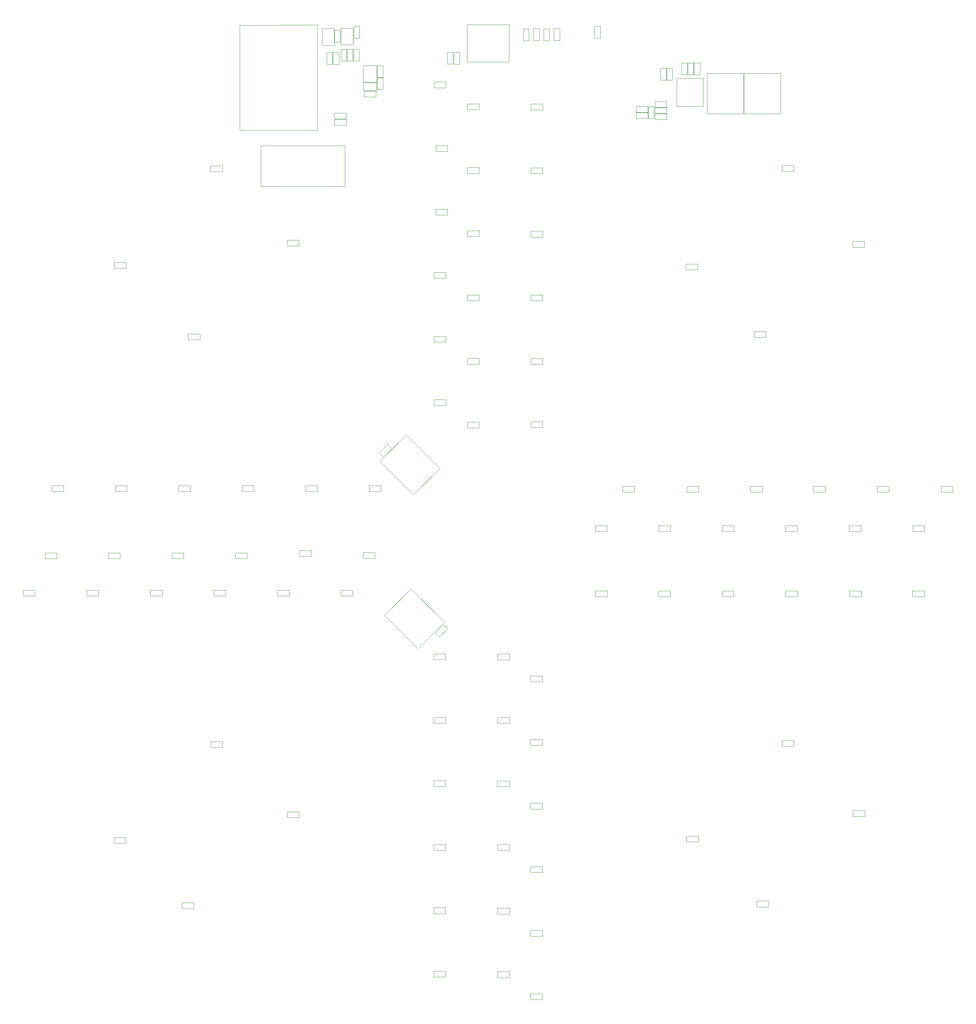
<source format=gbr>
G04 #@! TF.GenerationSoftware,KiCad,Pcbnew,8.0.1*
G04 #@! TF.CreationDate,2024-08-27T15:58:47+05:30*
G04 #@! TF.ProjectId,Ludo,4c75646f-2e6b-4696-9361-645f70636258,rev?*
G04 #@! TF.SameCoordinates,Original*
G04 #@! TF.FileFunction,Other,User*
%FSLAX46Y46*%
G04 Gerber Fmt 4.6, Leading zero omitted, Abs format (unit mm)*
G04 Created by KiCad (PCBNEW 8.0.1) date 2024-08-27 15:58:47*
%MOMM*%
%LPD*%
G01*
G04 APERTURE LIST*
%ADD10C,0.050000*%
%ADD11C,0.100000*%
G04 APERTURE END LIST*
D10*
G04 #@! TO.C,C28*
X205060000Y-79095000D02*
X208020000Y-79095000D01*
X205060000Y-80555000D02*
X205060000Y-79095000D01*
X208020000Y-79095000D02*
X208020000Y-80555000D01*
X208020000Y-80555000D02*
X205060000Y-80555000D01*
G04 #@! TO.C,C83*
X43665000Y-151795000D02*
X46625000Y-151795000D01*
X43665000Y-153255000D02*
X43665000Y-151795000D01*
X46625000Y-151795000D02*
X46625000Y-153255000D01*
X46625000Y-153255000D02*
X43665000Y-153255000D01*
G04 #@! TO.C,R2*
X144940000Y-25785000D02*
X146400000Y-25785000D01*
X144940000Y-28745000D02*
X144940000Y-25785000D01*
X146400000Y-25785000D02*
X146400000Y-28745000D01*
X146400000Y-28745000D02*
X144940000Y-28745000D01*
G04 #@! TO.C,R4*
X118157840Y-25007360D02*
X119617840Y-25007360D01*
X118157840Y-27967360D02*
X118157840Y-25007360D01*
X119617840Y-25007360D02*
X119617840Y-27967360D01*
X119617840Y-27967360D02*
X118157840Y-27967360D01*
G04 #@! TO.C,C32*
X166040000Y-118815000D02*
X169000000Y-118815000D01*
X166040000Y-120275000D02*
X166040000Y-118815000D01*
X169000000Y-118815000D02*
X169000000Y-120275000D01*
X169000000Y-120275000D02*
X166040000Y-120275000D01*
G04 #@! TO.C,C1*
X61110000Y-78685000D02*
X64070000Y-78685000D01*
X61110000Y-80145000D02*
X61110000Y-78685000D01*
X64070000Y-78685000D02*
X64070000Y-80145000D01*
X64070000Y-80145000D02*
X61110000Y-80145000D01*
G04 #@! TO.C,C74*
X141550000Y-209165000D02*
X144510000Y-209165000D01*
X141550000Y-210625000D02*
X141550000Y-209165000D01*
X144510000Y-209165000D02*
X144510000Y-210625000D01*
X144510000Y-210625000D02*
X141550000Y-210625000D01*
G04 #@! TO.C,SW2*
X118207840Y-19717360D02*
X119707840Y-19717360D01*
X118207840Y-23917360D02*
X118207840Y-19717360D01*
X119707840Y-19717360D02*
X121207840Y-19717360D01*
X119707840Y-23917360D02*
X118207840Y-23917360D01*
X121207840Y-19717360D02*
X121207840Y-23917360D01*
X121207840Y-23917360D02*
X119707840Y-23917360D01*
G04 #@! TO.C,L1*
X202767000Y-32317000D02*
X209367000Y-32317000D01*
X209367000Y-39417000D01*
X202767000Y-39417000D01*
X202767000Y-32317000D01*
G04 #@! TO.C,C7*
X77342000Y-134855000D02*
X80302000Y-134855000D01*
X77342000Y-136315000D02*
X77342000Y-134855000D01*
X80302000Y-134855000D02*
X80302000Y-136315000D01*
X80302000Y-136315000D02*
X77342000Y-136315000D01*
G04 #@! TO.C,C94*
X116207840Y-25807360D02*
X117667840Y-25807360D01*
X116207840Y-28767360D02*
X116207840Y-25807360D01*
X117667840Y-25807360D02*
X117667840Y-28767360D01*
X117667840Y-28767360D02*
X116207840Y-28767360D01*
G04 #@! TO.C,C76*
X141550000Y-177185000D02*
X144510000Y-177185000D01*
X141550000Y-178645000D02*
X141550000Y-177185000D01*
X144510000Y-177185000D02*
X144510000Y-178645000D01*
X144510000Y-178645000D02*
X141550000Y-178645000D01*
G04 #@! TO.C,C96*
X127787294Y-126575330D02*
X129880330Y-124482294D01*
X128819670Y-127607706D02*
X127787294Y-126575330D01*
X129880330Y-124482294D02*
X130912706Y-125514670D01*
X130912706Y-125514670D02*
X128819670Y-127607706D01*
G04 #@! TO.C,C13*
X141630000Y-81215000D02*
X144590000Y-81215000D01*
X141630000Y-82675000D02*
X141630000Y-81215000D01*
X144590000Y-81215000D02*
X144590000Y-82675000D01*
X144590000Y-82675000D02*
X141630000Y-82675000D01*
G04 #@! TO.C,R5*
X116588020Y-41088140D02*
X119548020Y-41088140D01*
X116588020Y-42548140D02*
X116588020Y-41088140D01*
X119548020Y-41088140D02*
X119548020Y-42548140D01*
X119548020Y-42548140D02*
X116588020Y-42548140D01*
G04 #@! TO.C,C91*
X123808020Y-33483140D02*
X127208020Y-33483140D01*
X123808020Y-35443140D02*
X123808020Y-33483140D01*
X127208020Y-33483140D02*
X127208020Y-35443140D01*
X127208020Y-35443140D02*
X123808020Y-35443140D01*
G04 #@! TO.C,C93*
X114607840Y-25827360D02*
X116067840Y-25827360D01*
X114607840Y-28787360D02*
X114607840Y-25827360D01*
X116067840Y-25827360D02*
X116067840Y-28787360D01*
X116067840Y-28787360D02*
X114607840Y-28787360D01*
D11*
G04 #@! TO.C,IC1*
X128019313Y-128761117D02*
X134666117Y-122114313D01*
X134666117Y-122114313D02*
X143080687Y-130528883D01*
X136433883Y-137175687D02*
X128019313Y-128761117D01*
X143080687Y-130528883D02*
X136433883Y-137175687D01*
D10*
G04 #@! TO.C,C71*
X85405000Y-199295000D02*
X88365000Y-199295000D01*
X85405000Y-200755000D02*
X85405000Y-199295000D01*
X88365000Y-199295000D02*
X88365000Y-200755000D01*
X88365000Y-200755000D02*
X85405000Y-200755000D01*
G04 #@! TO.C,J2*
X149910000Y-18797360D02*
X149910000Y-28217360D01*
X160550000Y-18797360D02*
X149910000Y-18797360D01*
X160550000Y-18797360D02*
X160550000Y-28217360D01*
X160550000Y-28217360D02*
X149910000Y-28217360D01*
G04 #@! TO.C,C52*
X214170000Y-161365000D02*
X217130000Y-161365000D01*
X214170000Y-162825000D02*
X214170000Y-161365000D01*
X217130000Y-161365000D02*
X217130000Y-162825000D01*
X217130000Y-162825000D02*
X214170000Y-162825000D01*
G04 #@! TO.C,C9*
X109334000Y-134855000D02*
X112294000Y-134855000D01*
X109334000Y-136315000D02*
X109334000Y-134855000D01*
X112294000Y-134855000D02*
X112294000Y-136315000D01*
X112294000Y-136315000D02*
X109334000Y-136315000D01*
G04 #@! TO.C,J4*
X210367000Y-31081000D02*
X210367000Y-41281000D01*
X210367000Y-41281000D02*
X219567000Y-41281000D01*
X219567000Y-31081000D02*
X210367000Y-31081000D01*
X219567000Y-41281000D02*
X219567000Y-31081000D01*
G04 #@! TO.C,C63*
X157690000Y-225205000D02*
X160650000Y-225205000D01*
X157690000Y-226665000D02*
X157690000Y-225205000D01*
X160650000Y-225205000D02*
X160650000Y-226665000D01*
X160650000Y-226665000D02*
X157690000Y-226665000D01*
G04 #@! TO.C,C64*
X157690000Y-209225000D02*
X160650000Y-209225000D01*
X157690000Y-210685000D02*
X157690000Y-209225000D01*
X160650000Y-209225000D02*
X160650000Y-210685000D01*
X160650000Y-210685000D02*
X157690000Y-210685000D01*
G04 #@! TO.C,C90*
X127318020Y-32193140D02*
X128778020Y-32193140D01*
X127318020Y-35153140D02*
X127318020Y-32193140D01*
X128778020Y-32193140D02*
X128778020Y-35153140D01*
X128778020Y-35153140D02*
X127318020Y-35153140D01*
G04 #@! TO.C,C44*
X182220000Y-144955000D02*
X185180000Y-144955000D01*
X182220000Y-146415000D02*
X182220000Y-144955000D01*
X185180000Y-144955000D02*
X185180000Y-146415000D01*
X185180000Y-146415000D02*
X182220000Y-146415000D01*
G04 #@! TO.C,C27*
X222250000Y-96085000D02*
X225210000Y-96085000D01*
X222250000Y-97545000D02*
X222250000Y-96085000D01*
X225210000Y-96085000D02*
X225210000Y-97545000D01*
X225210000Y-97545000D02*
X222250000Y-97545000D01*
G04 #@! TO.C,C11*
X141630000Y-113225000D02*
X144590000Y-113225000D01*
X141630000Y-114685000D02*
X141630000Y-113225000D01*
X144590000Y-113225000D02*
X144590000Y-114685000D01*
X144590000Y-114685000D02*
X141630000Y-114685000D01*
G04 #@! TO.C,C55*
X165940000Y-182805000D02*
X168900000Y-182805000D01*
X165940000Y-184265000D02*
X165940000Y-182805000D01*
X168900000Y-182805000D02*
X168900000Y-184265000D01*
X168900000Y-184265000D02*
X165940000Y-184265000D01*
G04 #@! TO.C,C21*
X150010000Y-102825000D02*
X152970000Y-102825000D01*
X150010000Y-104285000D02*
X150010000Y-102825000D01*
X152970000Y-102825000D02*
X152970000Y-104285000D01*
X152970000Y-104285000D02*
X150010000Y-104285000D01*
G04 #@! TO.C,C73*
X141550000Y-225225000D02*
X144510000Y-225225000D01*
X141550000Y-226685000D02*
X141550000Y-225225000D01*
X144510000Y-225225000D02*
X144510000Y-226685000D01*
X144510000Y-226685000D02*
X141550000Y-226685000D01*
G04 #@! TO.C,C40*
X246205000Y-144955000D02*
X249165000Y-144955000D01*
X246205000Y-146415000D02*
X246205000Y-144955000D01*
X249165000Y-144955000D02*
X249165000Y-146415000D01*
X249165000Y-146415000D02*
X246205000Y-146415000D01*
G04 #@! TO.C,D1*
X164065000Y-19888000D02*
X165525000Y-19888000D01*
X164065000Y-22848000D02*
X164065000Y-19888000D01*
X165525000Y-19888000D02*
X165525000Y-22848000D01*
X165525000Y-22848000D02*
X164065000Y-22848000D01*
G04 #@! TO.C,C87*
X107690000Y-151215000D02*
X110650000Y-151215000D01*
X107690000Y-152675000D02*
X107690000Y-151215000D01*
X110650000Y-151215000D02*
X110650000Y-152675000D01*
X110650000Y-152675000D02*
X107690000Y-152675000D01*
G04 #@! TO.C,C33*
X189175000Y-135045000D02*
X192135000Y-135045000D01*
X189175000Y-136505000D02*
X189175000Y-135045000D01*
X192135000Y-135045000D02*
X192135000Y-136505000D01*
X192135000Y-136505000D02*
X189175000Y-136505000D01*
G04 #@! TO.C,C18*
X150010000Y-54835000D02*
X152970000Y-54835000D01*
X150010000Y-56295000D02*
X150010000Y-54835000D01*
X152970000Y-54835000D02*
X152970000Y-56295000D01*
X152970000Y-56295000D02*
X150010000Y-56295000D01*
G04 #@! TO.C,C46*
X246300000Y-161365000D02*
X249260000Y-161365000D01*
X246300000Y-162825000D02*
X246300000Y-161365000D01*
X249260000Y-161365000D02*
X249260000Y-162825000D01*
X249260000Y-162825000D02*
X246300000Y-162825000D01*
G04 #@! TO.C,C50*
X229250000Y-199075000D02*
X232210000Y-199075000D01*
X229250000Y-200535000D02*
X229250000Y-199075000D01*
X232210000Y-199075000D02*
X232210000Y-200535000D01*
X232210000Y-200535000D02*
X229250000Y-200535000D01*
G04 #@! TO.C,C104*
X197249000Y-38185000D02*
X200209000Y-38185000D01*
X197249000Y-39645000D02*
X197249000Y-38185000D01*
X200209000Y-38185000D02*
X200209000Y-39645000D01*
X200209000Y-39645000D02*
X197249000Y-39645000D01*
G04 #@! TO.C,C19*
X150010000Y-70715000D02*
X152970000Y-70715000D01*
X150010000Y-72175000D02*
X150010000Y-70715000D01*
X152970000Y-70715000D02*
X152970000Y-72175000D01*
X152970000Y-72175000D02*
X150010000Y-72175000D01*
G04 #@! TO.C,C29*
X166040000Y-70825000D02*
X169000000Y-70825000D01*
X166040000Y-72285000D02*
X166040000Y-70825000D01*
X169000000Y-70825000D02*
X169000000Y-72285000D01*
X169000000Y-72285000D02*
X166040000Y-72285000D01*
G04 #@! TO.C,C22*
X150010000Y-118855000D02*
X152970000Y-118855000D01*
X150010000Y-120315000D02*
X150010000Y-118855000D01*
X152970000Y-118855000D02*
X152970000Y-120315000D01*
X152970000Y-120315000D02*
X150010000Y-120315000D01*
G04 #@! TO.C,LED2*
X121417840Y-19337360D02*
X122877840Y-19337360D01*
X121417840Y-22297360D02*
X121417840Y-19337360D01*
X122877840Y-19337360D02*
X122877840Y-22297360D01*
X122877840Y-22297360D02*
X121417840Y-22297360D01*
G04 #@! TO.C,C53*
X198210000Y-161365000D02*
X201170000Y-161365000D01*
X198210000Y-162825000D02*
X198210000Y-161365000D01*
X201170000Y-161365000D02*
X201170000Y-162825000D01*
X201170000Y-162825000D02*
X198210000Y-162825000D01*
G04 #@! TO.C,D3*
X169245000Y-19888000D02*
X170705000Y-19888000D01*
X169245000Y-22848000D02*
X169245000Y-19888000D01*
X170705000Y-19888000D02*
X170705000Y-22848000D01*
X170705000Y-22848000D02*
X169245000Y-22848000D01*
G04 #@! TO.C,C30*
X166040000Y-86855000D02*
X169000000Y-86855000D01*
X166040000Y-88315000D02*
X166040000Y-86855000D01*
X169000000Y-86855000D02*
X169000000Y-88315000D01*
X169000000Y-88315000D02*
X166040000Y-88315000D01*
G04 #@! TO.C,C17*
X150010000Y-38805000D02*
X152970000Y-38805000D01*
X150010000Y-40265000D02*
X150010000Y-38805000D01*
X152970000Y-38805000D02*
X152970000Y-40265000D01*
X152970000Y-40265000D02*
X150010000Y-40265000D01*
G04 #@! TO.C,C8*
X93338000Y-134855000D02*
X96298000Y-134855000D01*
X93338000Y-136315000D02*
X93338000Y-134855000D01*
X96298000Y-134855000D02*
X96298000Y-136315000D01*
X96298000Y-136315000D02*
X93338000Y-136315000D01*
G04 #@! TO.C,C92*
X124068020Y-35553140D02*
X127028020Y-35553140D01*
X124068020Y-37013140D02*
X124068020Y-35553140D01*
X127028020Y-35553140D02*
X127028020Y-37013140D01*
X127028020Y-37013140D02*
X124068020Y-37013140D01*
G04 #@! TO.C,C59*
X165940000Y-246855000D02*
X168900000Y-246855000D01*
X165940000Y-248315000D02*
X165940000Y-246855000D01*
X168900000Y-246855000D02*
X168900000Y-248315000D01*
X168900000Y-248315000D02*
X165940000Y-248315000D01*
G04 #@! TO.C,J1*
X219741000Y-31058000D02*
X219741000Y-41258000D01*
X219741000Y-41258000D02*
X228941000Y-41258000D01*
X228941000Y-31058000D02*
X219741000Y-31058000D01*
X228941000Y-41258000D02*
X228941000Y-31058000D01*
G04 #@! TO.C,C38*
X269310000Y-135045000D02*
X272270000Y-135045000D01*
X269310000Y-136505000D02*
X269310000Y-135045000D01*
X272270000Y-135045000D02*
X272270000Y-136505000D01*
X272270000Y-136505000D02*
X269310000Y-136505000D01*
G04 #@! TO.C,R6*
X116608020Y-42668140D02*
X119568020Y-42668140D01*
X116608020Y-44128140D02*
X116608020Y-42668140D01*
X119568020Y-42668140D02*
X119568020Y-44128140D01*
X119568020Y-44128140D02*
X116608020Y-44128140D01*
G04 #@! TO.C,R8*
X192514000Y-40993000D02*
X195474000Y-40993000D01*
X192514000Y-42453000D02*
X192514000Y-40993000D01*
X195474000Y-40993000D02*
X195474000Y-42453000D01*
X195474000Y-42453000D02*
X192514000Y-42453000D01*
G04 #@! TO.C,D4*
X171835000Y-19848000D02*
X173295000Y-19848000D01*
X171835000Y-22808000D02*
X171835000Y-19848000D01*
X173295000Y-19848000D02*
X173295000Y-22808000D01*
X173295000Y-22808000D02*
X171835000Y-22808000D01*
G04 #@! TO.C,C49*
X205200000Y-223085000D02*
X208160000Y-223085000D01*
X205200000Y-224545000D02*
X205200000Y-223085000D01*
X208160000Y-223085000D02*
X208160000Y-224545000D01*
X208160000Y-224545000D02*
X205200000Y-224545000D01*
G04 #@! TO.C,C100*
X203933000Y-28494000D02*
X205393000Y-28494000D01*
X203933000Y-31454000D02*
X203933000Y-28494000D01*
X205393000Y-28494000D02*
X205393000Y-31454000D01*
X205393000Y-31454000D02*
X203933000Y-31454000D01*
G04 #@! TO.C,J3*
X98050000Y-49300000D02*
X98050000Y-59500000D01*
X98050000Y-59500000D02*
X119250000Y-59500000D01*
X119250000Y-49300000D02*
X98050000Y-49300000D01*
X119250000Y-59500000D02*
X119250000Y-49300000D01*
G04 #@! TO.C,SW1*
X113507840Y-19857360D02*
X115007840Y-19857360D01*
X113507840Y-24057360D02*
X113507840Y-19857360D01*
X115007840Y-19857360D02*
X116507840Y-19857360D01*
X115007840Y-24057360D02*
X113507840Y-24057360D01*
X116507840Y-19857360D02*
X116507840Y-24057360D01*
X116507840Y-24057360D02*
X115007840Y-24057360D01*
G04 #@! TO.C,C15*
X142090000Y-49285000D02*
X145050000Y-49285000D01*
X142090000Y-50745000D02*
X142090000Y-49285000D01*
X145050000Y-49285000D02*
X145050000Y-50745000D01*
X145050000Y-50745000D02*
X142090000Y-50745000D01*
G04 #@! TO.C,C43*
X198170000Y-144955000D02*
X201130000Y-144955000D01*
X198170000Y-146415000D02*
X198170000Y-144955000D01*
X201130000Y-144955000D02*
X201130000Y-146415000D01*
X201130000Y-146415000D02*
X198170000Y-146415000D01*
G04 #@! TO.C,C4*
X79730000Y-96715000D02*
X82690000Y-96715000D01*
X79730000Y-98175000D02*
X79730000Y-96715000D01*
X82690000Y-96715000D02*
X82690000Y-98175000D01*
X82690000Y-98175000D02*
X79730000Y-98175000D01*
G04 #@! TO.C,C69*
X78190000Y-239915000D02*
X81150000Y-239915000D01*
X78190000Y-241375000D02*
X78190000Y-239915000D01*
X81150000Y-239915000D02*
X81150000Y-241375000D01*
X81150000Y-241375000D02*
X78190000Y-241375000D01*
G04 #@! TO.C,D5*
X182064000Y-19213000D02*
X183524000Y-19213000D01*
X182064000Y-22173000D02*
X182064000Y-19213000D01*
X183524000Y-19213000D02*
X183524000Y-22173000D01*
X183524000Y-22173000D02*
X182064000Y-22173000D01*
G04 #@! TO.C,C79*
X86205000Y-161195000D02*
X89165000Y-161195000D01*
X86205000Y-162655000D02*
X86205000Y-161195000D01*
X89165000Y-161195000D02*
X89165000Y-162655000D01*
X89165000Y-162655000D02*
X86205000Y-162655000D01*
G04 #@! TO.C,C48*
X222930000Y-239475000D02*
X225890000Y-239475000D01*
X222930000Y-240935000D02*
X222930000Y-239475000D01*
X225890000Y-239475000D02*
X225890000Y-240935000D01*
X225890000Y-240935000D02*
X222930000Y-240935000D01*
D11*
G04 #@! TO.C,IC2*
X129181826Y-167528476D02*
X135828630Y-160881672D01*
X135828630Y-160881672D02*
X144243200Y-169296242D01*
X137596396Y-175943046D02*
X129181826Y-167528476D01*
X144243200Y-169296242D02*
X137596396Y-175943046D01*
D10*
G04 #@! TO.C,C10*
X125330000Y-134855000D02*
X128290000Y-134855000D01*
X125330000Y-136315000D02*
X125330000Y-134855000D01*
X128290000Y-134855000D02*
X128290000Y-136315000D01*
X128290000Y-136315000D02*
X125330000Y-136315000D01*
G04 #@! TO.C,C12*
X141630000Y-97275000D02*
X144590000Y-97275000D01*
X141630000Y-98735000D02*
X141630000Y-97275000D01*
X144590000Y-97275000D02*
X144590000Y-98735000D01*
X144590000Y-98735000D02*
X141630000Y-98735000D01*
G04 #@! TO.C,C68*
X141550000Y-241185000D02*
X144510000Y-241185000D01*
X141550000Y-242645000D02*
X141550000Y-241185000D01*
X144510000Y-241185000D02*
X144510000Y-242645000D01*
X144510000Y-242645000D02*
X141550000Y-242645000D01*
G04 #@! TO.C,C39*
X262250000Y-144955000D02*
X265210000Y-144955000D01*
X262250000Y-146415000D02*
X262250000Y-144955000D01*
X265210000Y-144955000D02*
X265210000Y-146415000D01*
X265210000Y-146415000D02*
X262250000Y-146415000D01*
G04 #@! TO.C,C80*
X70180000Y-161195000D02*
X73140000Y-161195000D01*
X70180000Y-162655000D02*
X70180000Y-161195000D01*
X73140000Y-161195000D02*
X73140000Y-162655000D01*
X73140000Y-162655000D02*
X70180000Y-162655000D01*
G04 #@! TO.C,C24*
X166040000Y-54855000D02*
X169000000Y-54855000D01*
X166040000Y-56315000D02*
X166040000Y-54855000D01*
X169000000Y-54855000D02*
X169000000Y-56315000D01*
X169000000Y-56315000D02*
X166040000Y-56315000D01*
G04 #@! TO.C,C66*
X157690000Y-177255000D02*
X160650000Y-177255000D01*
X157690000Y-178715000D02*
X157690000Y-177255000D01*
X160650000Y-177255000D02*
X160650000Y-178715000D01*
X160650000Y-178715000D02*
X157690000Y-178715000D01*
G04 #@! TO.C,C34*
X205295000Y-135045000D02*
X208255000Y-135045000D01*
X205295000Y-136505000D02*
X205295000Y-135045000D01*
X208255000Y-135045000D02*
X208255000Y-136505000D01*
X208255000Y-136505000D02*
X205295000Y-136505000D01*
G04 #@! TO.C,C75*
X141550000Y-193215000D02*
X144510000Y-193215000D01*
X141550000Y-194675000D02*
X141550000Y-193215000D01*
X144510000Y-193215000D02*
X144510000Y-194675000D01*
X144510000Y-194675000D02*
X141550000Y-194675000D01*
G04 #@! TO.C,C36*
X237145000Y-135045000D02*
X240105000Y-135045000D01*
X237145000Y-136505000D02*
X237145000Y-135045000D01*
X240105000Y-135045000D02*
X240105000Y-136505000D01*
X240105000Y-136505000D02*
X237145000Y-136505000D01*
G04 #@! TO.C,C16*
X141630000Y-33235000D02*
X144590000Y-33235000D01*
X141630000Y-34695000D02*
X141630000Y-33235000D01*
X144590000Y-33235000D02*
X144590000Y-34695000D01*
X144590000Y-34695000D02*
X141630000Y-34695000D01*
G04 #@! TO.C,R10*
X198705000Y-29822000D02*
X200165000Y-29822000D01*
X198705000Y-32782000D02*
X198705000Y-29822000D01*
X200165000Y-29822000D02*
X200165000Y-32782000D01*
X200165000Y-32782000D02*
X198705000Y-32782000D01*
G04 #@! TO.C,C2*
X85320000Y-54385000D02*
X88280000Y-54385000D01*
X85320000Y-55845000D02*
X85320000Y-54385000D01*
X88280000Y-54385000D02*
X88280000Y-55845000D01*
X88280000Y-55845000D02*
X85320000Y-55845000D01*
G04 #@! TO.C,C41*
X230120000Y-144955000D02*
X233080000Y-144955000D01*
X230120000Y-146415000D02*
X230120000Y-144955000D01*
X233080000Y-144955000D02*
X233080000Y-146415000D01*
X233080000Y-146415000D02*
X230120000Y-146415000D01*
G04 #@! TO.C,C61*
X157690000Y-257265000D02*
X160650000Y-257265000D01*
X157690000Y-258725000D02*
X157690000Y-257265000D01*
X160650000Y-257265000D02*
X160650000Y-258725000D01*
X160650000Y-258725000D02*
X157690000Y-258725000D01*
G04 #@! TO.C,R9*
X200245000Y-29818000D02*
X201705000Y-29818000D01*
X200245000Y-32778000D02*
X200245000Y-29818000D01*
X201705000Y-29818000D02*
X201705000Y-32778000D01*
X201705000Y-32778000D02*
X200245000Y-32778000D01*
G04 #@! TO.C,C60*
X165940000Y-262815000D02*
X168900000Y-262815000D01*
X165940000Y-264275000D02*
X165940000Y-262815000D01*
X168900000Y-262815000D02*
X168900000Y-264275000D01*
X168900000Y-264275000D02*
X165940000Y-264275000D01*
G04 #@! TO.C,C72*
X104650000Y-216985000D02*
X107610000Y-216985000D01*
X104650000Y-218445000D02*
X104650000Y-216985000D01*
X107610000Y-216985000D02*
X107610000Y-218445000D01*
X107610000Y-218445000D02*
X104650000Y-218445000D01*
G04 #@! TO.C,C42*
X214195000Y-144955000D02*
X217155000Y-144955000D01*
X214195000Y-146415000D02*
X214195000Y-144955000D01*
X217155000Y-144955000D02*
X217155000Y-146415000D01*
X217155000Y-146415000D02*
X214195000Y-146415000D01*
G04 #@! TO.C,C51*
X230155000Y-161365000D02*
X233115000Y-161365000D01*
X230155000Y-162825000D02*
X230155000Y-161365000D01*
X233115000Y-161365000D02*
X233115000Y-162825000D01*
X233115000Y-162825000D02*
X230155000Y-162825000D01*
G04 #@! TO.C,C31*
X166040000Y-102875000D02*
X169000000Y-102875000D01*
X166040000Y-104335000D02*
X166040000Y-102875000D01*
X169000000Y-102875000D02*
X169000000Y-104335000D01*
X169000000Y-104335000D02*
X166040000Y-104335000D01*
G04 #@! TO.C,C14*
X142070000Y-65305000D02*
X145030000Y-65305000D01*
X142070000Y-66765000D02*
X142070000Y-65305000D01*
X145030000Y-65305000D02*
X145030000Y-66765000D01*
X145030000Y-66765000D02*
X142070000Y-66765000D01*
G04 #@! TO.C,C25*
X229260000Y-54295000D02*
X232220000Y-54295000D01*
X229260000Y-55755000D02*
X229260000Y-54295000D01*
X232220000Y-54295000D02*
X232220000Y-55755000D01*
X232220000Y-55755000D02*
X229260000Y-55755000D01*
G04 #@! TO.C,C6*
X61346000Y-134855000D02*
X64306000Y-134855000D01*
X61346000Y-136315000D02*
X61346000Y-134855000D01*
X64306000Y-134855000D02*
X64306000Y-136315000D01*
X64306000Y-136315000D02*
X61346000Y-136315000D01*
G04 #@! TO.C,C84*
X59620000Y-151795000D02*
X62580000Y-151795000D01*
X59620000Y-153255000D02*
X59620000Y-151795000D01*
X62580000Y-151795000D02*
X62580000Y-153255000D01*
X62580000Y-153255000D02*
X59620000Y-153255000D01*
G04 #@! TO.C,C58*
X165940000Y-230825000D02*
X168900000Y-230825000D01*
X165940000Y-232285000D02*
X165940000Y-230825000D01*
X168900000Y-230825000D02*
X168900000Y-232285000D01*
X168900000Y-232285000D02*
X165940000Y-232285000D01*
G04 #@! TO.C,C62*
X157690000Y-241255000D02*
X160650000Y-241255000D01*
X157690000Y-242715000D02*
X157690000Y-241255000D01*
X160650000Y-241255000D02*
X160650000Y-242715000D01*
X160650000Y-242715000D02*
X157690000Y-242715000D01*
G04 #@! TO.C,R3*
X119707840Y-25007360D02*
X121167840Y-25007360D01*
X119707840Y-27967360D02*
X119707840Y-25007360D01*
X121167840Y-25007360D02*
X121167840Y-27967360D01*
X121167840Y-27967360D02*
X119707840Y-27967360D01*
G04 #@! TO.C,C99*
X192508000Y-39420000D02*
X195468000Y-39420000D01*
X192508000Y-40880000D02*
X192508000Y-39420000D01*
X195468000Y-39420000D02*
X195468000Y-40880000D01*
X195468000Y-40880000D02*
X192508000Y-40880000D01*
G04 #@! TO.C,C102*
X197254000Y-39726000D02*
X200214000Y-39726000D01*
X197254000Y-41186000D02*
X197254000Y-39726000D01*
X200214000Y-39726000D02*
X200214000Y-41186000D01*
X200214000Y-41186000D02*
X197254000Y-41186000D01*
G04 #@! TO.C,C103*
X197256000Y-41240000D02*
X200216000Y-41240000D01*
X197256000Y-42700000D02*
X197256000Y-41240000D01*
X200216000Y-41240000D02*
X200216000Y-42700000D01*
X200216000Y-42700000D02*
X197256000Y-42700000D01*
G04 #@! TO.C,C35*
X221295000Y-135045000D02*
X224255000Y-135045000D01*
X221295000Y-136505000D02*
X221295000Y-135045000D01*
X224255000Y-135045000D02*
X224255000Y-136505000D01*
X224255000Y-136505000D02*
X221295000Y-136505000D01*
G04 #@! TO.C,C5*
X45350000Y-134855000D02*
X48310000Y-134855000D01*
X45350000Y-136315000D02*
X45350000Y-134855000D01*
X48310000Y-134855000D02*
X48310000Y-136315000D01*
X48310000Y-136315000D02*
X45350000Y-136315000D01*
G04 #@! TO.C,C54*
X182260000Y-161365000D02*
X185220000Y-161365000D01*
X182260000Y-162825000D02*
X182260000Y-161365000D01*
X185220000Y-161365000D02*
X185220000Y-162825000D01*
X185220000Y-162825000D02*
X182260000Y-162825000D01*
G04 #@! TO.C,C47*
X247130000Y-216715000D02*
X250090000Y-216715000D01*
X247130000Y-218175000D02*
X247130000Y-216715000D01*
X250090000Y-216715000D02*
X250090000Y-218175000D01*
X250090000Y-218175000D02*
X247130000Y-218175000D01*
G04 #@! TO.C,C65*
X157690000Y-193225000D02*
X160650000Y-193225000D01*
X157690000Y-194685000D02*
X157690000Y-193225000D01*
X160650000Y-193225000D02*
X160650000Y-194685000D01*
X160650000Y-194685000D02*
X157690000Y-194685000D01*
G04 #@! TO.C,C89*
X127328020Y-29168140D02*
X128788020Y-29168140D01*
X127328020Y-32128140D02*
X127328020Y-29168140D01*
X128788020Y-29168140D02*
X128788020Y-32128140D01*
X128788020Y-32128140D02*
X127328020Y-32128140D01*
G04 #@! TO.C,C20*
X150010000Y-86855000D02*
X152970000Y-86855000D01*
X150010000Y-88315000D02*
X150010000Y-86855000D01*
X152970000Y-86855000D02*
X152970000Y-88315000D01*
X152970000Y-88315000D02*
X150010000Y-88315000D01*
G04 #@! TO.C,C97*
X141927294Y-171985330D02*
X144020330Y-169892294D01*
X142959670Y-173017706D02*
X141927294Y-171985330D01*
X144020330Y-169892294D02*
X145052706Y-170924670D01*
X145052706Y-170924670D02*
X142959670Y-173017706D01*
G04 #@! TO.C,C67*
X141550000Y-257135000D02*
X144510000Y-257135000D01*
X141550000Y-258595000D02*
X141550000Y-257135000D01*
X144510000Y-257135000D02*
X144510000Y-258595000D01*
X144510000Y-258595000D02*
X141550000Y-258595000D01*
G04 #@! TO.C,C56*
X165940000Y-198795000D02*
X168900000Y-198795000D01*
X165940000Y-200255000D02*
X165940000Y-198795000D01*
X168900000Y-198795000D02*
X168900000Y-200255000D01*
X168900000Y-200255000D02*
X165940000Y-200255000D01*
G04 #@! TO.C,R11*
X205549000Y-28474000D02*
X207009000Y-28474000D01*
X205549000Y-31434000D02*
X205549000Y-28474000D01*
X207009000Y-28474000D02*
X207009000Y-31434000D01*
X207009000Y-31434000D02*
X205549000Y-31434000D01*
G04 #@! TO.C,C95*
X116607840Y-20277360D02*
X118067840Y-20277360D01*
X116607840Y-23237360D02*
X116607840Y-20277360D01*
X118067840Y-20277360D02*
X118067840Y-23237360D01*
X118067840Y-23237360D02*
X116607840Y-23237360D01*
G04 #@! TO.C,U3*
X92738020Y-25158140D02*
X92744580Y-18982080D01*
X92738020Y-45358140D02*
X92738020Y-25158140D01*
X92738020Y-45358140D02*
X112238020Y-45358140D01*
X92744580Y-18982080D02*
X112239080Y-18936360D01*
X112238020Y-25158140D02*
X112238020Y-45358140D01*
X112239080Y-18936360D02*
X112238020Y-25158140D01*
G04 #@! TO.C,C77*
X118220000Y-161195000D02*
X121180000Y-161195000D01*
X118220000Y-162655000D02*
X118220000Y-161195000D01*
X121180000Y-161195000D02*
X121180000Y-162655000D01*
X121180000Y-162655000D02*
X118220000Y-162655000D01*
G04 #@! TO.C,C98*
X195551000Y-39502000D02*
X197011000Y-39502000D01*
X195551000Y-42462000D02*
X195551000Y-39502000D01*
X197011000Y-39502000D02*
X197011000Y-42462000D01*
X197011000Y-42462000D02*
X195551000Y-42462000D01*
G04 #@! TO.C,C86*
X91580000Y-151795000D02*
X94540000Y-151795000D01*
X91580000Y-153255000D02*
X91580000Y-151795000D01*
X94540000Y-151795000D02*
X94540000Y-153255000D01*
X94540000Y-153255000D02*
X91580000Y-153255000D01*
G04 #@! TO.C,R7*
X121327840Y-24957360D02*
X122787840Y-24957360D01*
X121327840Y-27917360D02*
X121327840Y-24957360D01*
X122787840Y-24957360D02*
X122787840Y-27917360D01*
X122787840Y-27917360D02*
X121327840Y-27917360D01*
G04 #@! TO.C,C101*
X207132000Y-28458000D02*
X208592000Y-28458000D01*
X207132000Y-31418000D02*
X207132000Y-28458000D01*
X208592000Y-28458000D02*
X208592000Y-31418000D01*
X208592000Y-31418000D02*
X207132000Y-31418000D01*
G04 #@! TO.C,C23*
X166040000Y-38815000D02*
X169000000Y-38815000D01*
X166040000Y-40275000D02*
X166040000Y-38815000D01*
X169000000Y-38815000D02*
X169000000Y-40275000D01*
X169000000Y-40275000D02*
X166040000Y-40275000D01*
G04 #@! TO.C,C3*
X104640000Y-73095000D02*
X107600000Y-73095000D01*
X104640000Y-74555000D02*
X104640000Y-73095000D01*
X107600000Y-73095000D02*
X107600000Y-74555000D01*
X107600000Y-74555000D02*
X104640000Y-74555000D01*
G04 #@! TO.C,C70*
X61070000Y-223415000D02*
X64030000Y-223415000D01*
X61070000Y-224875000D02*
X61070000Y-223415000D01*
X64030000Y-223415000D02*
X64030000Y-224875000D01*
X64030000Y-224875000D02*
X61070000Y-224875000D01*
G04 #@! TO.C,C57*
X165940000Y-214835000D02*
X168900000Y-214835000D01*
X165940000Y-216295000D02*
X165940000Y-214835000D01*
X168900000Y-214835000D02*
X168900000Y-216295000D01*
X168900000Y-216295000D02*
X165940000Y-216295000D01*
G04 #@! TO.C,C78*
X102180000Y-161195000D02*
X105140000Y-161195000D01*
X102180000Y-162655000D02*
X102180000Y-161195000D01*
X105140000Y-161195000D02*
X105140000Y-162655000D01*
X105140000Y-162655000D02*
X102180000Y-162655000D01*
G04 #@! TO.C,U6*
X123808020Y-29150640D02*
X123808020Y-33250640D01*
X123808020Y-33250640D02*
X127208020Y-33250640D01*
X127208020Y-29150640D02*
X123808020Y-29150640D01*
X127208020Y-33250640D02*
X127208020Y-29150640D01*
G04 #@! TO.C,C45*
X262170000Y-161365000D02*
X265130000Y-161365000D01*
X262170000Y-162825000D02*
X262170000Y-161365000D01*
X265130000Y-161365000D02*
X265130000Y-162825000D01*
X265130000Y-162825000D02*
X262170000Y-162825000D01*
G04 #@! TO.C,C26*
X247090000Y-73375000D02*
X250050000Y-73375000D01*
X247090000Y-74835000D02*
X247090000Y-73375000D01*
X250050000Y-73375000D02*
X250050000Y-74835000D01*
X250050000Y-74835000D02*
X247090000Y-74835000D01*
G04 #@! TO.C,C82*
X38225000Y-161195000D02*
X41185000Y-161195000D01*
X38225000Y-162655000D02*
X38225000Y-161195000D01*
X41185000Y-161195000D02*
X41185000Y-162655000D01*
X41185000Y-162655000D02*
X38225000Y-162655000D01*
G04 #@! TO.C,R1*
X146650000Y-25815000D02*
X148110000Y-25815000D01*
X146650000Y-28775000D02*
X146650000Y-25815000D01*
X148110000Y-25815000D02*
X148110000Y-28775000D01*
X148110000Y-28775000D02*
X146650000Y-28775000D01*
G04 #@! TO.C,C81*
X54190000Y-161195000D02*
X57150000Y-161195000D01*
X54190000Y-162655000D02*
X54190000Y-161195000D01*
X57150000Y-161195000D02*
X57150000Y-162655000D01*
X57150000Y-162655000D02*
X54190000Y-162655000D01*
G04 #@! TO.C,C88*
X123760000Y-151715000D02*
X126720000Y-151715000D01*
X123760000Y-153175000D02*
X123760000Y-151715000D01*
X126720000Y-151715000D02*
X126720000Y-153175000D01*
X126720000Y-153175000D02*
X123760000Y-153175000D01*
G04 #@! TO.C,D2*
X166655000Y-19848000D02*
X168115000Y-19848000D01*
X166655000Y-22808000D02*
X166655000Y-19848000D01*
X168115000Y-19848000D02*
X168115000Y-22808000D01*
X168115000Y-22808000D02*
X166655000Y-22808000D01*
G04 #@! TO.C,C85*
X75650000Y-151795000D02*
X78610000Y-151795000D01*
X75650000Y-153255000D02*
X75650000Y-151795000D01*
X78610000Y-151795000D02*
X78610000Y-153255000D01*
X78610000Y-153255000D02*
X75650000Y-153255000D01*
G04 #@! TO.C,C37*
X253240000Y-135045000D02*
X256200000Y-135045000D01*
X253240000Y-136505000D02*
X253240000Y-135045000D01*
X256200000Y-135045000D02*
X256200000Y-136505000D01*
X256200000Y-136505000D02*
X253240000Y-136505000D01*
G04 #@! TD*
M02*

</source>
